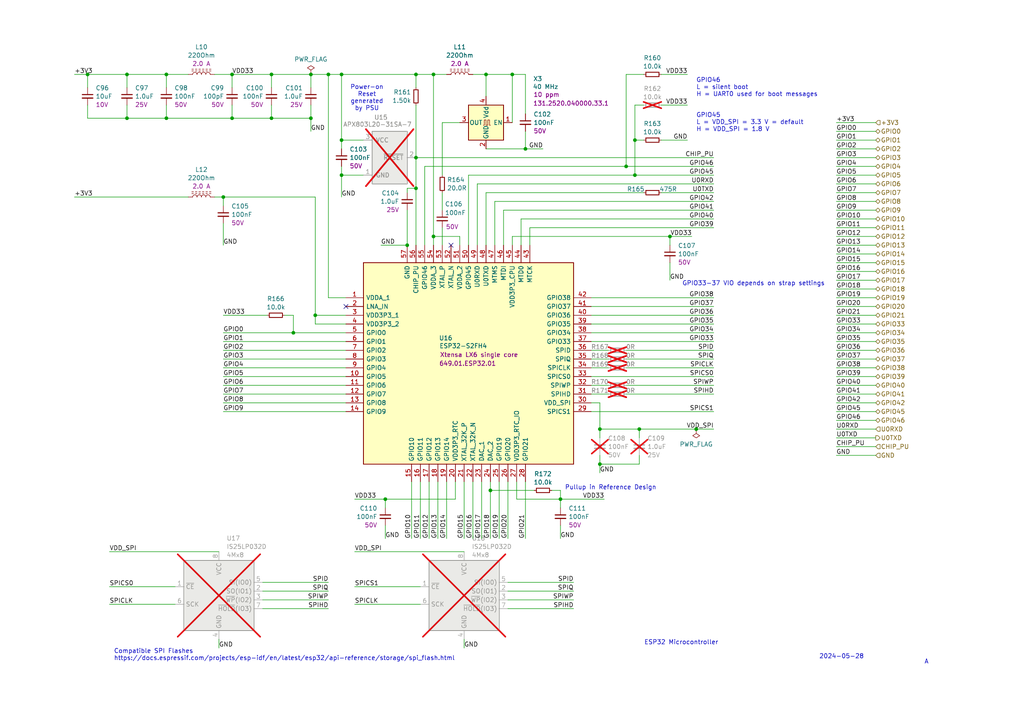
<source format=kicad_sch>
(kicad_sch (version 20231120) (generator "eeschema") (generator_version "8.0")
  (paper "A4")
  (title_block (title "CQ2") (date "2024-08-03") (rev "0") (comment 2 "Manfred Schmitz") (comment 3 "tbd") (comment 5 "tbd") (comment 6 "A"))
  (junction (at 120.65 21.59))
  (junction (at 99.06 50.8))
  (junction (at 173.99 124.46))
  (junction (at 48.26 34.29))
  (junction (at 120.65 54.61))
  (junction (at 90.17 34.29))
  (junction (at 142.24 142.24))
  (junction (at 148.59 21.59))
  (junction (at 36.83 21.59))
  (junction (at 185.42 124.46))
  (junction (at 184.15 40.64))
  (junction (at 201.93 124.46))
  (junction (at 90.17 21.59))
  (junction (at 181.61 48.26))
  (junction (at 120.65 45.72))
  (junction (at 64.77 57.15))
  (junction (at 125.73 21.59))
  (junction (at 78.74 21.59))
  (junction (at 125.73 68.58))
  (junction (at 95.25 21.59))
  (junction (at 78.74 34.29))
  (junction (at 67.31 21.59))
  (junction (at 184.15 50.8))
  (junction (at 67.31 34.29))
  (junction (at 25.4 21.59))
  (junction (at 162.56 144.78))
  (junction (at 111.76 144.78))
  (junction (at 140.97 21.59))
  (junction (at 194.31 68.58))
  (junction (at 99.06 40.64))
  (junction (at 152.4 43.18))
  (junction (at 48.26 21.59))
  (junction (at 85.09 96.52))
  (junction (at 99.06 21.59))
  (junction (at 91.44 91.44))
  (junction (at 173.99 134.62))
  (junction (at 118.11 71.12))
  (junction (at 36.83 34.29))
  (no_connect (at 130.81 71.12))
  (no_connect (at 100.33 88.9))
  (wire (pts (xy 242.57 40.64) (xy 254 40.64)))
  (wire (pts (xy 99.06 48.26) (xy 99.06 50.8)))
  (wire (pts (xy 148.59 21.59) (xy 152.4 21.59)))
  (wire (pts (xy 242.57 45.72) (xy 254 45.72)))
  (wire (pts (xy 153.67 66.04) (xy 207.01 66.04)))
  (wire (pts (xy 135.89 71.12) (xy 135.89 50.8)))
  (wire (pts (xy 173.99 134.62) (xy 185.42 134.62)))
  (wire (pts (xy 242.57 58.42) (xy 254 58.42)))
  (wire (pts (xy 201.93 124.46) (xy 207.01 124.46)))
  (wire (pts (xy 67.31 34.29) (xy 78.74 34.29)))
  (wire (pts (xy 242.57 114.3) (xy 254 114.3)))
  (wire (pts (xy 242.57 86.36) (xy 254 86.36)))
  (wire (pts (xy 62.23 57.15) (xy 64.77 57.15)))
  (wire (pts (xy 194.31 68.58) (xy 194.31 71.12)))
  (wire (pts (xy 25.4 34.29) (xy 36.83 34.29)))
  (wire (pts (xy 171.45 119.38) (xy 207.01 119.38)))
  (wire (pts (xy 25.4 21.59) (xy 25.4 25.4)))
  (wire (pts (xy 102.87 144.78) (xy 111.76 144.78)))
  (wire (pts (xy 242.57 119.38) (xy 254 119.38)))
  (wire (pts (xy 242.57 76.2) (xy 254 76.2)))
  (wire (pts (xy 118.11 54.61) (xy 120.65 54.61)))
  (wire (pts (xy 78.74 34.29) (xy 78.74 30.48)))
  (wire (pts (xy 173.99 124.46) (xy 185.42 124.46)))
  (wire (pts (xy 95.25 21.59) (xy 99.06 21.59)))
  (wire (pts (xy 100.33 93.98) (xy 91.44 93.98)))
  (wire (pts (xy 242.57 81.28) (xy 254 81.28)))
  (wire (pts (xy 171.45 99.06) (xy 207.01 99.06)))
  (wire (pts (xy 171.45 96.52) (xy 207.01 96.52)))
  (wire (pts (xy 191.77 55.88) (xy 207.01 55.88)))
  (wire (pts (xy 142.24 142.24) (xy 142.24 156.21)))
  (wire (pts (xy 148.59 68.58) (xy 194.31 68.58)))
  (wire (pts (xy 140.97 43.18) (xy 152.4 43.18)))
  (wire (pts (xy 64.77 101.6) (xy 100.33 101.6)))
  (wire (pts (xy 147.32 168.91) (xy 166.37 168.91)))
  (wire (pts (xy 76.2 171.45) (xy 95.25 171.45)))
  (wire (pts (xy 76.2 176.53) (xy 95.25 176.53)))
  (wire (pts (xy 36.83 34.29) (xy 48.26 34.29)))
  (wire (pts (xy 62.23 21.59) (xy 67.31 21.59)))
  (wire (pts (xy 171.45 93.98) (xy 207.01 93.98)))
  (wire (pts (xy 135.89 50.8) (xy 184.15 50.8)))
  (wire (pts (xy 242.57 121.92) (xy 254 121.92)))
  (wire (pts (xy 173.99 116.84) (xy 173.99 124.46)))
  (wire (pts (xy 121.92 175.26) (xy 102.87 175.26)))
  (wire (pts (xy 181.61 114.3) (xy 207.01 114.3)))
  (wire (pts (xy 171.45 114.3) (xy 176.53 114.3)))
  (wire (pts (xy 120.65 45.72) (xy 207.01 45.72)))
  (wire (pts (xy 242.57 38.1) (xy 254 38.1)))
  (wire (pts (xy 242.57 71.12) (xy 254 71.12)))
  (wire (pts (xy 147.32 176.53) (xy 166.37 176.53)))
  (wire (pts (xy 137.16 139.7) (xy 137.16 156.21)))
  (wire (pts (xy 120.65 25.4) (xy 120.65 21.59)))
  (wire (pts (xy 64.77 91.44) (xy 77.47 91.44)))
  (wire (pts (xy 50.8 170.18) (xy 31.75 170.18)))
  (wire (pts (xy 134.62 139.7) (xy 134.62 156.21)))
  (wire (pts (xy 137.16 21.59) (xy 140.97 21.59)))
  (wire (pts (xy 162.56 144.78) (xy 149.86 144.78)))
  (wire (pts (xy 48.26 30.48) (xy 48.26 34.29)))
  (wire (pts (xy 76.2 168.91) (xy 95.25 168.91)))
  (wire (pts (xy 191.77 30.48) (xy 199.39 30.48)))
  (wire (pts (xy 146.05 60.96) (xy 207.01 60.96)))
  (wire (pts (xy 132.08 139.7) (xy 132.08 144.78)))
  (wire (pts (xy 191.77 21.59) (xy 199.39 21.59)))
  (wire (pts (xy 162.56 152.4) (xy 162.56 156.21)))
  (wire (pts (xy 242.57 104.14) (xy 254 104.14)))
  (wire (pts (xy 123.19 71.12) (xy 123.19 48.26)))
  (wire (pts (xy 99.06 50.8) (xy 105.41 50.8)))
  (wire (pts (xy 111.76 152.4) (xy 111.76 156.21)))
  (wire (pts (xy 242.57 35.56) (xy 254 35.56)))
  (wire (pts (xy 121.92 170.18) (xy 102.87 170.18)))
  (wire (pts (xy 78.74 21.59) (xy 78.74 25.4)))
  (wire (pts (xy 140.97 71.12) (xy 140.97 55.88)))
  (wire (pts (xy 173.99 134.62) (xy 173.99 137.16)))
  (wire (pts (xy 129.54 139.7) (xy 129.54 156.21)))
  (wire (pts (xy 63.5 187.96) (xy 63.5 185.42)))
  (wire (pts (xy 82.55 91.44) (xy 85.09 91.44)))
  (wire (pts (xy 154.94 142.24) (xy 142.24 142.24)))
  (wire (pts (xy 242.57 93.98) (xy 254 93.98)))
  (wire (pts (xy 242.57 73.66) (xy 254 73.66)))
  (wire (pts (xy 162.56 147.32) (xy 162.56 144.78)))
  (wire (pts (xy 185.42 127) (xy 185.42 124.46)))
  (wire (pts (xy 242.57 124.46) (xy 254 124.46)))
  (wire (pts (xy 111.76 144.78) (xy 111.76 147.32)))
  (wire (pts (xy 90.17 34.29) (xy 90.17 38.1)))
  (wire (pts (xy 125.73 68.58) (xy 125.73 21.59)))
  (wire (pts (xy 171.45 106.68) (xy 176.53 106.68)))
  (wire (pts (xy 85.09 91.44) (xy 85.09 96.52)))
  (wire (pts (xy 48.26 34.29) (xy 67.31 34.29)))
  (wire (pts (xy 128.27 66.04) (xy 128.27 71.12)))
  (wire (pts (xy 21.59 21.59) (xy 25.4 21.59)))
  (wire (pts (xy 171.45 111.76) (xy 176.53 111.76)))
  (wire (pts (xy 118.11 71.12) (xy 118.11 60.96)))
  (wire (pts (xy 91.44 91.44) (xy 100.33 91.44)))
  (wire (pts (xy 160.02 142.24) (xy 162.56 142.24)))
  (wire (pts (xy 36.83 21.59) (xy 36.83 25.4)))
  (wire (pts (xy 120.65 71.12) (xy 120.65 54.61)))
  (wire (pts (xy 140.97 21.59) (xy 148.59 21.59)))
  (wire (pts (xy 242.57 88.9) (xy 254 88.9)))
  (wire (pts (xy 152.4 38.1) (xy 152.4 43.18)))
  (wire (pts (xy 125.73 68.58) (xy 125.73 71.12)))
  (wire (pts (xy 64.77 99.06) (xy 100.33 99.06)))
  (wire (pts (xy 121.92 139.7) (xy 121.92 156.21)))
  (wire (pts (xy 152.4 21.59) (xy 152.4 33.02)))
  (wire (pts (xy 99.06 21.59) (xy 120.65 21.59)))
  (wire (pts (xy 90.17 21.59) (xy 90.17 25.4)))
  (wire (pts (xy 186.69 21.59) (xy 181.61 21.59)))
  (wire (pts (xy 21.59 57.15) (xy 54.61 57.15)))
  (wire (pts (xy 64.77 57.15) (xy 91.44 57.15)))
  (wire (pts (xy 242.57 96.52) (xy 254 96.52)))
  (wire (pts (xy 67.31 21.59) (xy 67.31 25.4)))
  (wire (pts (xy 181.61 104.14) (xy 207.01 104.14)))
  (wire (pts (xy 76.2 173.99) (xy 95.25 173.99)))
  (wire (pts (xy 186.69 40.64) (xy 184.15 40.64)))
  (wire (pts (xy 242.57 48.26) (xy 254 48.26)))
  (wire (pts (xy 171.45 104.14) (xy 176.53 104.14)))
  (wire (pts (xy 140.97 27.94) (xy 140.97 21.59)))
  (wire (pts (xy 119.38 139.7) (xy 119.38 156.21)))
  (wire (pts (xy 242.57 127) (xy 254 127)))
  (wire (pts (xy 128.27 50.8) (xy 128.27 35.56)))
  (wire (pts (xy 151.13 63.5) (xy 207.01 63.5)))
  (wire (pts (xy 85.09 96.52) (xy 100.33 96.52)))
  (wire (pts (xy 173.99 124.46) (xy 173.99 127)))
  (wire (pts (xy 99.06 50.8) (xy 99.06 57.15)))
  (wire (pts (xy 152.4 43.18) (xy 157.48 43.18)))
  (wire (pts (xy 171.45 109.22) (xy 207.01 109.22)))
  (wire (pts (xy 99.06 40.64) (xy 99.06 43.18)))
  (wire (pts (xy 151.13 71.12) (xy 151.13 63.5)))
  (wire (pts (xy 64.77 104.14) (xy 100.33 104.14)))
  (wire (pts (xy 181.61 21.59) (xy 181.61 48.26)))
  (wire (pts (xy 50.8 175.26) (xy 31.75 175.26)))
  (wire (pts (xy 48.26 21.59) (xy 48.26 25.4)))
  (wire (pts (xy 64.77 119.38) (xy 100.33 119.38)))
  (wire (pts (xy 171.45 91.44) (xy 207.01 91.44)))
  (wire (pts (xy 91.44 93.98) (xy 91.44 91.44)))
  (wire (pts (xy 64.77 116.84) (xy 100.33 116.84)))
  (wire (pts (xy 242.57 66.04) (xy 254 66.04)))
  (wire (pts (xy 242.57 43.18) (xy 254 43.18)))
  (wire (pts (xy 127 139.7) (xy 127 156.21)))
  (wire (pts (xy 148.59 71.12) (xy 148.59 68.58)))
  (wire (pts (xy 133.35 71.12) (xy 133.35 68.58)))
  (wire (pts (xy 175.26 144.78) (xy 162.56 144.78)))
  (wire (pts (xy 100.33 86.36) (xy 95.25 86.36)))
  (wire (pts (xy 242.57 116.84) (xy 254 116.84)))
  (wire (pts (xy 242.57 91.44) (xy 254 91.44)))
  (wire (pts (xy 64.77 106.68) (xy 100.33 106.68)))
  (wire (pts (xy 171.45 86.36) (xy 207.01 86.36)))
  (wire (pts (xy 181.61 48.26) (xy 207.01 48.26)))
  (wire (pts (xy 129.54 21.59) (xy 125.73 21.59)))
  (wire (pts (xy 140.97 55.88) (xy 186.69 55.88)))
  (wire (pts (xy 110.49 71.12) (xy 118.11 71.12)))
  (wire (pts (xy 134.62 160.02) (xy 102.87 160.02)))
  (wire (pts (xy 171.45 101.6) (xy 176.53 101.6)))
  (wire (pts (xy 242.57 111.76) (xy 254 111.76)))
  (wire (pts (xy 149.86 144.78) (xy 149.86 139.7)))
  (wire (pts (xy 181.61 106.68) (xy 207.01 106.68)))
  (wire (pts (xy 138.43 53.34) (xy 207.01 53.34)))
  (wire (pts (xy 185.42 134.62) (xy 185.42 132.08)))
  (wire (pts (xy 171.45 88.9) (xy 207.01 88.9)))
  (wire (pts (xy 242.57 101.6) (xy 254 101.6)))
  (wire (pts (xy 133.35 68.58) (xy 125.73 68.58)))
  (wire (pts (xy 36.83 21.59) (xy 48.26 21.59)))
  (wire (pts (xy 184.15 40.64) (xy 184.15 50.8)))
  (wire (pts (xy 184.15 30.48) (xy 186.69 30.48)))
  (wire (pts (xy 242.57 106.68) (xy 254 106.68)))
  (wire (pts (xy 242.57 129.54) (xy 254 129.54)))
  (wire (pts (xy 184.15 50.8) (xy 207.01 50.8)))
  (wire (pts (xy 194.31 76.2) (xy 194.31 81.28)))
  (wire (pts (xy 138.43 71.12) (xy 138.43 53.34)))
  (wire (pts (xy 184.15 40.64) (xy 184.15 30.48)))
  (wire (pts (xy 144.78 139.7) (xy 144.78 156.21)))
  (wire (pts (xy 25.4 30.48) (xy 25.4 34.29)))
  (wire (pts (xy 242.57 50.8) (xy 254 50.8)))
  (wire (pts (xy 242.57 132.08) (xy 254 132.08)))
  (wire (pts (xy 147.32 171.45) (xy 166.37 171.45)))
  (wire (pts (xy 181.61 101.6) (xy 207.01 101.6)))
  (wire (pts (xy 99.06 21.59) (xy 99.06 40.64)))
  (wire (pts (xy 120.65 30.48) (xy 120.65 45.72)))
  (wire (pts (xy 90.17 30.48) (xy 90.17 34.29)))
  (wire (pts (xy 181.61 111.76) (xy 207.01 111.76)))
  (wire (pts (xy 78.74 21.59) (xy 90.17 21.59)))
  (wire (pts (xy 118.11 55.88) (xy 118.11 54.61)))
  (wire (pts (xy 67.31 34.29) (xy 67.31 30.48)))
  (wire (pts (xy 132.08 144.78) (xy 111.76 144.78)))
  (wire (pts (xy 242.57 55.88) (xy 254 55.88)))
  (wire (pts (xy 142.24 139.7) (xy 142.24 142.24)))
  (wire (pts (xy 123.19 48.26) (xy 181.61 48.26)))
  (wire (pts (xy 120.65 21.59) (xy 125.73 21.59)))
  (wire (pts (xy 148.59 35.56) (xy 148.59 21.59)))
  (wire (pts (xy 194.31 68.58) (xy 200.66 68.58)))
  (wire (pts (xy 78.74 34.29) (xy 90.17 34.29)))
  (wire (pts (xy 64.77 109.22) (xy 100.33 109.22)))
  (wire (pts (xy 242.57 83.82) (xy 254 83.82)))
  (wire (pts (xy 242.57 99.06) (xy 254 99.06)))
  (wire (pts (xy 147.32 139.7) (xy 147.32 156.21)))
  (wire (pts (xy 67.31 21.59) (xy 78.74 21.59)))
  (wire (pts (xy 152.4 139.7) (xy 152.4 156.21)))
  (wire (pts (xy 63.5 160.02) (xy 31.75 160.02)))
  (wire (pts (xy 143.51 71.12) (xy 143.51 58.42)))
  (wire (pts (xy 128.27 35.56) (xy 133.35 35.56)))
  (wire (pts (xy 242.57 78.74) (xy 254 78.74)))
  (wire (pts (xy 185.42 124.46) (xy 201.93 124.46)))
  (wire (pts (xy 153.67 71.12) (xy 153.67 66.04)))
  (wire (pts (xy 64.77 64.77) (xy 64.77 71.12)))
  (wire (pts (xy 143.51 58.42) (xy 207.01 58.42)))
  (wire (pts (xy 173.99 132.08) (xy 173.99 134.62)))
  (wire (pts (xy 99.06 40.64) (xy 105.41 40.64)))
  (wire (pts (xy 48.26 21.59) (xy 54.61 21.59)))
  (wire (pts (xy 134.62 187.96) (xy 134.62 185.42)))
  (wire (pts (xy 242.57 60.96) (xy 254 60.96)))
  (wire (pts (xy 25.4 21.59) (xy 36.83 21.59)))
  (wire (pts (xy 64.77 114.3) (xy 100.33 114.3)))
  (wire (pts (xy 64.77 111.76) (xy 100.33 111.76)))
  (wire (pts (xy 128.27 55.88) (xy 128.27 60.96)))
  (wire (pts (xy 36.83 34.29) (xy 36.83 30.48)))
  (wire (pts (xy 242.57 63.5) (xy 254 63.5)))
  (wire (pts (xy 242.57 68.58) (xy 254 68.58)))
  (wire (pts (xy 146.05 71.12) (xy 146.05 60.96)))
  (wire (pts (xy 162.56 142.24) (xy 162.56 144.78)))
  (wire (pts (xy 147.32 173.99) (xy 166.37 173.99)))
  (wire (pts (xy 242.57 53.34) (xy 254 53.34)))
  (wire (pts (xy 90.17 21.59) (xy 95.25 21.59)))
  (wire (pts (xy 120.65 54.61) (xy 120.65 45.72)))
  (wire (pts (xy 91.44 57.15) (xy 91.44 91.44)))
  (wire (pts (xy 139.7 139.7) (xy 139.7 156.21)))
  (wire (pts (xy 191.77 40.64) (xy 199.39 40.64)))
  (wire (pts (xy 242.57 109.22) (xy 254 109.22)))
  (wire (pts (xy 124.46 139.7) (xy 124.46 156.21)))
  (wire (pts (xy 64.77 96.52) (xy 85.09 96.52)))
  (wire (pts (xy 173.99 116.84) (xy 171.45 116.84)))
  (wire (pts (xy 95.25 21.59) (xy 95.25 86.36)))
  (wire (pts (xy 64.77 57.15) (xy 64.77 59.69)))
  (text "Pullup in Reference Design" (at 163.83 142.24 0) (effects (font (size 1.27 1.27)) (justify left bottom)))
  (text "Compatible SPI Flashes\nhttps://docs.espressif.com/projects/esp-idf/en/latest/esp32/api-reference/storage/spi_flash.html" (at 33.02 191.77 0) (effects (font (size 1.27 1.27)) (justify left bottom)))
  (text "Power-on\nReset\ngenerated\nby PSU" (at 106.426 28.448 0) (effects (font (size 1.27 1.27))))
  (text "ESP32 Microcontroller" (at 197.612 186.436 0) (effects (font (size 1.27 1.27))))
  (text "GPIO45\nL = VDD_SPI = 3.3 V = default\nH = VDD_SPI = 1.8 V" (at 201.93 38.354 0) (effects (font (size 1.27 1.27)) (justify left bottom)))
  (text "A" (at 268.732 192.024 0) (effects (font (size 1.27 1.27))))
  (text "GPIO33-37 VIO depends on strap settings" (at 197.866 83.058 0) (effects (font (size 1.27 1.27)) (justify left bottom)))
  (text "GPIO46\nL = silent boot\nH = UART0 used for boot messages" (at 201.93 28.194 0) (effects (font (size 1.27 1.27)) (justify left bottom)))
  (text "2024-05-28" (at 244.094 190.5 0) (effects (font (size 1.27 1.27))))
  (label "GPIO40" (at 207.01 63.5 180))
  (label "VDD33" (at 102.87 144.78 0))
  (label "GND" (at 242.57 132.08 0))
  (label "GND" (at 157.48 43.18 180))
  (label "VDD33" (at 67.31 21.59 0))
  (label "GPIO19" (at 242.57 86.36 0))
  (label "GPIO6" (at 64.77 111.76 0))
  (label "SPICS0" (at 207.01 109.22 180))
  (label "SPIQ" (at 207.01 104.14 180))
  (label "GPIO19" (at 144.78 156.21 90))
  (label "GPIO7" (at 242.57 55.88 0))
  (label "GPIO45" (at 242.57 119.38 0))
  (label "GPIO3" (at 242.57 45.72 0))
  (label "SPICS1" (at 102.87 170.18 0))
  (label "GND" (at 90.17 38.1 0))
  (label "GPIO33" (at 207.01 99.06 180))
  (label "VDD_SPI" (at 31.75 160.02 0))
  (label "GPIO11" (at 121.92 156.21 90))
  (label "GPIO35" (at 242.57 99.06 0))
  (label "CHIP_PU" (at 242.57 129.54 0))
  (label "GPIO46" (at 242.57 121.92 0))
  (label "GPIO34" (at 207.01 96.52 180))
  (label "GPIO14" (at 129.54 156.21 90))
  (label "GND" (at 110.49 71.12 0))
  (label "GPIO16" (at 137.16 156.21 90))
  (label "GPIO4" (at 242.57 48.26 0))
  (label "GPIO34" (at 242.57 96.52 0))
  (label "U0RXD" (at 207.01 53.34 180))
  (label "GND" (at 111.76 156.21 0))
  (label "SPICLK" (at 207.01 106.68 180))
  (label "GPIO13" (at 127 156.21 90))
  (label "SPICLK" (at 31.75 175.26 0))
  (label "GPIO35" (at 207.01 93.98 180))
  (label "SPID" (at 95.25 168.91 180))
  (label "GPIO12" (at 124.46 156.21 90))
  (label "GPIO5" (at 242.57 50.8 0))
  (label "GPIO21" (at 152.4 156.21 90))
  (label "U0TXD" (at 207.01 55.88 180))
  (label "GPIO40" (at 242.57 111.76 0))
  (label "GPIO37" (at 207.01 88.9 180))
  (label "GPIO38" (at 242.57 106.68 0))
  (label "GPIO41" (at 207.01 60.96 180))
  (label "SPIHD" (at 95.25 176.53 180))
  (label "GPIO20" (at 147.32 156.21 90))
  (label "GPIO38" (at 207.01 86.36 180))
  (label "GPIO42" (at 207.01 58.42 180))
  (label "SPIWP" (at 207.01 111.76 180))
  (label "CHIP_PU" (at 207.01 45.72 180))
  (label "GND" (at 134.62 187.96 0))
  (label "SPIWP" (at 95.25 173.99 180))
  (label "GPIO1" (at 64.77 99.06 0))
  (label "SPIQ" (at 166.37 171.45 180))
  (label "GPIO0" (at 242.57 38.1 0))
  (label "GPIO46" (at 207.01 48.26 180))
  (label "GND" (at 162.56 156.21 0))
  (label "SPICS1" (at 207.01 119.38 180))
  (label "GND" (at 199.39 40.64 180))
  (label "GPIO36" (at 207.01 91.44 180))
  (label "SPICS0" (at 31.75 170.18 0))
  (label "GPIO13" (at 242.57 71.12 0))
  (label "U0TXD" (at 242.57 127 0))
  (label "GND" (at 194.31 81.28 0))
  (label "GPIO4" (at 64.77 106.68 0))
  (label "GPIO39" (at 242.57 109.22 0))
  (label "GPIO3" (at 64.77 104.14 0))
  (label "SPID" (at 166.37 168.91 180))
  (label "GPIO36" (at 242.57 101.6 0))
  (label "SPICLK" (at 102.87 175.26 0))
  (label "VDD_SPI" (at 102.87 160.02 0))
  (label "GPIO15" (at 242.57 76.2 0))
  (label "GPIO14" (at 242.57 73.66 0))
  (label "VDD33" (at 199.39 30.48 180))
  (label "GPIO21" (at 242.57 91.44 0))
  (label "U0RXD" (at 242.57 124.46 0))
  (label "+3V3" (at 242.57 35.56 0))
  (label "GPIO10" (at 119.38 156.21 90))
  (label "SPIHD" (at 207.01 114.3 180))
  (label "GPIO0" (at 64.77 96.52 0))
  (label "GPIO17" (at 139.7 156.21 90))
  (label "GND" (at 64.77 71.12 0))
  (label "GPIO15" (at 134.62 156.21 90))
  (label "GPIO20" (at 242.57 88.9 0))
  (label "GPIO8" (at 242.57 58.42 0))
  (label "GPIO12" (at 242.57 68.58 0))
  (label "GPIO11" (at 242.57 66.04 0))
  (label "GPIO6" (at 242.57 53.34 0))
  (label "GPIO16" (at 242.57 78.74 0))
  (label "GPIO45" (at 207.01 50.8 180))
  (label "VDD33" (at 64.77 91.44 0))
  (label "+3V3" (at 21.59 21.59 0))
  (label "GND" (at 99.06 57.15 0))
  (label "VDD33" (at 175.26 144.78 180))
  (label "GPIO42" (at 242.57 116.84 0))
  (label "GPIO10" (at 242.57 63.5 0))
  (label "GPIO2" (at 64.77 101.6 0))
  (label "GPIO8" (at 64.77 116.84 0))
  (label "SPID" (at 207.01 101.6 180))
  (label "GPIO39" (at 207.01 66.04 180))
  (label "GPIO37" (at 242.57 104.14 0))
  (label "GPIO9" (at 64.77 119.38 0))
  (label "GPIO18" (at 142.24 156.21 90))
  (label "GND" (at 173.99 137.16 0))
  (label "VDD33" (at 200.66 68.58 180))
  (label "SPIHD" (at 166.37 176.53 180))
  (label "+3V3" (at 21.59 57.15 0))
  (label "SPIQ" (at 95.25 171.45 180))
  (label "GPIO9" (at 242.57 60.96 0))
  (label "GPIO33" (at 242.57 93.98 0))
  (label "VDD_SPI" (at 207.01 124.46 180))
  (label "GPIO41" (at 242.57 114.3 0))
  (label "GPIO17" (at 242.57 81.28 0))
  (label "VDD33" (at 199.39 21.59 180))
  (label "GPIO1" (at 242.57 40.64 0))
  (label "GPIO7" (at 64.77 114.3 0))
  (label "GPIO18" (at 242.57 83.82 0))
  (label "GPIO2" (at 242.57 43.18 0))
  (label "GPIO5" (at 64.77 109.22 0))
  (label "SPIWP" (at 166.37 173.99 180))
  (label "GND" (at 63.5 187.96 0))
  (hierarchical_label "GPIO13" (shape bidirectional) (at 254 71.12 0))
  (hierarchical_label "GPIO15" (shape bidirectional) (at 254 76.2 0))
  (hierarchical_label "GPIO35" (shape bidirectional) (at 254 99.06 0))
  (hierarchical_label "GPIO37" (shape bidirectional) (at 254 104.14 0))
  (hierarchical_label "GPIO20" (shape bidirectional) (at 254 88.9 0))
  (hierarchical_label "GPIO3" (shape bidirectional) (at 254 45.72 0))
  (hierarchical_label "GPIO36" (shape bidirectional) (at 254 101.6 0))
  (hierarchical_label "GPIO42" (shape bidirectional) (at 254 116.84 0))
  (hierarchical_label "GPIO21" (shape bidirectional) (at 254 91.44 0))
  (hierarchical_label "GPIO33" (shape bidirectional) (at 254 93.98 0))
  (hierarchical_label "GPIO12" (shape bidirectional) (at 254 68.58 0))
  (hierarchical_label "GPIO4" (shape bidirectional) (at 254 48.26 0))
  (hierarchical_label "+3V3" (shape input) (at 254 35.56 0))
  (hierarchical_label "GND" (shape input) (at 254 132.08 0))
  (hierarchical_label "GPIO5" (shape bidirectional) (at 254 50.8 0))
  (hierarchical_label "GPIO45" (shape bidirectional) (at 254 119.38 0))
  (hierarchical_label "GPIO7" (shape bidirectional) (at 254 55.88 0))
  (hierarchical_label "GPIO9" (shape bidirectional) (at 254 60.96 0))
  (hierarchical_label "GPIO17" (shape bidirectional) (at 254 81.28 0))
  (hierarchical_label "GPIO1" (shape bidirectional) (at 254 40.64 0))
  (hierarchical_label "GPIO41" (shape bidirectional) (at 254 114.3 0))
  (hierarchical_label "GPIO38" (shape bidirectional) (at 254 106.68 0))
  (hierarchical_label "GPIO6" (shape bidirectional) (at 254 53.34 0))
  (hierarchical_label "GPIO40" (shape bidirectional) (at 254 111.76 0))
  (hierarchical_label "U0RXD" (shape input) (at 254 124.46 0))
  (hierarchical_label "GPIO2" (shape bidirectional) (at 254 43.18 0))
  (hierarchical_label "U0TXD" (shape output) (at 254 127 0))
  (hierarchical_label "CHIP_PU" (shape input) (at 254 129.54 0))
  (hierarchical_label "GPIO34" (shape bidirectional) (at 254 96.52 0))
  (hierarchical_label "GPIO0" (shape bidirectional) (at 254 38.1 0))
  (hierarchical_label "GPIO16" (shape bidirectional) (at 254 78.74 0))
  (hierarchical_label "GPIO39" (shape bidirectional) (at 254 109.22 0))
  (hierarchical_label "GPIO8" (shape bidirectional) (at 254 58.42 0))
  (hierarchical_label "GPIO14" (shape bidirectional) (at 254 73.66 0))
  (hierarchical_label "GPIO11" (shape bidirectional) (at 254 66.04 0))
  (hierarchical_label "GPIO46" (shape bidirectional) (at 254 121.92 0))
  (hierarchical_label "GPIO19" (shape bidirectional) (at 254 86.36 0))
  (hierarchical_label "GPIO18" (shape bidirectional) (at 254 83.82 0))
  (hierarchical_label "GPIO10" (shape bidirectional) (at 254 63.5 0))
  (symbol (lib_id "ci4rail-database:capacitors/89") (at 90.17 27.94 0) (unit 1)
    (property "Reference" "C101" (at 87.846 25.522 0) (effects (justify right)))
    (property "Value" "1.0uF" (at 87.846 27.9463 0) (effects (justify right)))
    (property "Footprint" "0-standard:0402-capacitor" (effects (hide yes)))
    (property "Description" "Multilayer Ceramic Capacitors" (effects (hide yes)))
    (property "Value1" "+/-20 %" (effects (hide yes)))
    (property "Value2" "25V" (at 87.846 30.3706 0) (effects (justify right)))
    (property "Value3" "X5R" (effects (hide yes)))
    (property "MPN" "n/a" (effects (hide yes)))
    (property "LTB" "9999" (effects (hide yes)))
    (property "ERP1" "M120-00063-00" (effects (hide yes)))
    (property "ERP2" "110.42.510.025.0" (effects (hide yes)))
    (property "Cost" "0.05" (effects (hide yes)))
    (property "Lifecycle" "released" (effects (hide yes)))
    (property "Outline" "SMT 0402" (effects (hide yes)))
    (instances (project "" (path "" (reference "C101") (unit 1))) (project "so1" (path "" (reference "C?") (unit 1))))
  )
  (symbol (lib_id "ci4rail-database:resistors/106") (at 128.27 53.34 0) (unit 1)
    (property "Reference" "R164" (at 129.667 52.1278 0) (effects (justify left)))
    (property "Value" "20.0R" (at 129.667 54.5521 0) (effects (justify left)))
    (property "Footprint" "0-standard:0402-resistor" (effects (hide yes)))
    (property "Description" "Thick film resistor" (effects (hide yes)))
    (property "Value1" "+/-1%" (effects (hide yes)))
    (property "Value2" "100 ppm" (effects (hide yes)))
    (property "Value3" "62.5 mW" (effects (hide yes)))
    (property "Value4" "50 V" (effects (hide yes)))
    (property "MPN" "n/a" (effects (hide yes)))
    (property "LTB" "9999" (effects (hide yes)))
    (property "ERP1" "M110-00090-00" (effects (hide yes)))
    (property "ERP2" "101.403.0200" (effects (hide yes)))
    (property "Lifecycle" "released" (effects (hide yes)))
    (property "Cost" "0.01" (effects (hide yes)))
    (property "Outline" "SMT 0402" (effects (hide yes)))
    (instances (project "" (path "" (reference "R164") (unit 1))) (project "so1" (path "" (reference "R?") (unit 1))))
  )
  (symbol (lib_id "ci4rail-database:capacitors/86") (at 194.31 73.66 0) (unit 1)
    (property "Reference" "C107" (at 196.6341 71.242 0) (effects (justify left)))
    (property "Value" "100nF" (at 196.6341 73.6663 0) (effects (justify left)))
    (property "Footprint" "0-standard:0402-capacitor" (effects (hide yes)))
    (property "Description" "Multilayer Ceramic Capacitors" (effects (hide yes)))
    (property "Value1" "+/-10 %" (effects (hide yes)))
    (property "Value2" "50V" (at 196.6341 76.0906 0) (effects (justify left)))
    (property "Value3" "X5R/X7R" (effects (hide yes)))
    (property "MPN" "n/a" (effects (hide yes)))
    (property "LTB" "9999" (effects (hide yes)))
    (property "ERP1" "M120-00060-00" (effects (hide yes)))
    (property "ERP2" "110.42.410.050.0" (effects (hide yes)))
    (property "Cost" "0.02" (effects (hide yes)))
    (property "Lifecycle" "released" (effects (hide yes)))
    (property "Outline" "SMT 0402" (effects (hide yes)))
    (instances (project "" (path "" (reference "C107") (unit 1))) (project "so1" (path "" (reference "C?") (unit 1))))
  )
  (symbol (lib_id "ci4rail-database:capacitors/63") (at 67.31 27.94 0) (unit 1)
    (property "Reference" "C99" (at 64.986 25.522 0) (effects (justify right)))
    (property "Value" "100pF" (at 64.986 27.9463 0) (effects (justify right)))
    (property "Footprint" "0-standard:0402-capacitor" (effects (hide yes)))
    (property "Description" "Multilayer Ceramic Capacitors" (effects (hide yes)))
    (property "Value1" "+/-10 %" (effects (hide yes)))
    (property "Value2" "50V" (at 64.986 30.3706 0) (effects (justify right)))
    (property "Value3" "X7R" (effects (hide yes)))
    (property "MPN" "n/a" (effects (hide yes)))
    (property "LTB" "9999" (effects (hide yes)))
    (property "ERP1" "M120-00037-00" (effects (hide yes)))
    (property "ERP2" "110.42.110.050.0" (effects (hide yes)))
    (property "Cost" "0.02" (effects (hide yes)))
    (property "Lifecycle" "released" (effects (hide yes)))
    (property "Outline" "SMT 0402" (effects (hide yes)))
    (instances (project "" (path "" (reference "C99") (unit 1))) (project "so1" (path "" (reference "C?") (unit 1))))
  )
  (symbol (lib_id "ci4rail-database:capacitors/89") (at 118.11 58.42 0) (unit 1)
    (property "Reference" "C104" (at 115.786 56.002 0) (effects (justify right)))
    (property "Value" "1.0uF" (at 115.786 58.4263 0) (effects (justify right)))
    (property "Footprint" "0-standard:0402-capacitor" (effects (hide yes)))
    (property "Description" "Multilayer Ceramic Capacitors" (effects (hide yes)))
    (property "Value1" "+/-20 %" (effects (hide yes)))
    (property "Value2" "25V" (at 115.786 60.8506 0) (effects (justify right)))
    (property "Value3" "X5R" (effects (hide yes)))
    (property "MPN" "n/a" (effects (hide yes)))
    (property "LTB" "9999" (effects (hide yes)))
    (property "ERP1" "M120-00063-00" (effects (hide yes)))
    (property "ERP2" "110.42.510.025.0" (effects (hide yes)))
    (property "Cost" "0.05" (effects (hide yes)))
    (property "Lifecycle" "released" (effects (hide yes)))
    (property "Outline" "SMT 0402" (effects (hide yes)))
    (instances (project "" (path "" (reference "C104") (unit 1))) (project "so1" (path "" (reference "C?") (unit 1))))
  )
  (symbol (lib_id "ci4rail-database:resistors/155") (at 120.65 27.94 0) (unit 1)
    (property "Reference" "R161" (at 119.253 26.7278 0) (effects (justify right)))
    (property "Value" "1.50k" (at 119.253 29.1521 0) (effects (justify right)))
    (property "Footprint" "0-standard:0402-resistor" (effects (hide yes)))
    (property "Description" "Thick film resistor" (effects (hide yes)))
    (property "Value1" "+/-1%" (effects (hide yes)))
    (property "Value2" "100 ppm" (effects (hide yes)))
    (property "Value3" "62.5 mW" (effects (hide yes)))
    (property "Value4" "50 V" (effects (hide yes)))
    (property "MPN" "n/a" (effects (hide yes)))
    (property "LTB" "9999" (effects (hide yes)))
    (property "ERP1" "M110-00139-00" (effects (hide yes)))
    (property "ERP2" "101.403.2150" (effects (hide yes)))
    (property "Lifecycle" "released" (effects (hide yes)))
    (property "Cost" "0.01" (effects (hide yes)))
    (property "Outline" "SMT 0402" (effects (hide yes)))
    (instances (project "" (path "" (reference "R161") (unit 1))) (project "" (path "" (reference "R?") (unit 1))))
  )
  (symbol (lib_id "ci4rail-database:capacitors/89") (at 185.42 129.54 0) (unit 1) (dnp yes)
    (property "Reference" "C109" (at 187.7441 127.122 0) (effects (justify left)))
    (property "Value" "1.0uF" (at 187.7441 129.5463 0) (effects (justify left)))
    (property "Footprint" "0-standard:0402-capacitor" (effects (hide yes)))
    (property "Description" "Multilayer Ceramic Capacitors" (effects (hide yes)))
    (property "Value1" "+/-20 %" (effects (hide yes)))
    (property "Value2" "25V" (at 187.7441 131.9706 0) (effects (justify left)))
    (property "Value3" "X5R" (effects (hide yes)))
    (property "MPN" "n/a" (effects (hide yes)))
    (property "LTB" "9999" (effects (hide yes)))
    (property "ERP1" "M120-00063-00" (effects (hide yes)))
    (property "ERP2" "110.42.510.025.0" (effects (hide yes)))
    (property "Cost" "0.05" (effects (hide yes)))
    (property "Lifecycle" "released" (effects (hide yes)))
    (property "Outline" "SMT 0402" (effects (hide yes)))
    (instances (project "" (path "" (reference "C109") (unit 1))) (project "so1" (path "" (reference "C?") (unit 1))))
  )
  (symbol (lib_id "ci4rail-database:resistors/179") (at 189.23 30.48 90) (unit 1) (dnp yes)
    (property "Reference" "R162" (at 189.23 25.7005 90))
    (property "Value" "10.0k" (at 189.23 28.1248 90))
    (property "Footprint" "0-standard:0402-resistor" (effects (hide yes)))
    (property "Description" "Thick film resistor" (effects (hide yes)))
    (property "Value1" "+/-1%" (effects (hide yes)))
    (property "Value2" "100 ppm" (effects (hide yes)))
    (property "Value3" "62.5 mW" (effects (hide yes)))
    (property "Value4" "50 V" (effects (hide yes)))
    (property "MPN" "n/a" (effects (hide yes)))
    (property "LTB" "9999" (effects (hide yes)))
    (property "ERP1" "M110-00163-00" (effects (hide yes)))
    (property "ERP2" "101.403.3100" (effects (hide yes)))
    (property "Lifecycle" "released" (effects (hide yes)))
    (property "Cost" "0.01" (effects (hide yes)))
    (property "Outline" "SMT 0402" (effects (hide yes)))
    (instances (project "" (path "" (reference "R162") (unit 1))) (project "so1" (path "" (reference "R?") (unit 1))))
  )
  (symbol (lib_id "ci4rail-database:capacitors/86") (at 128.27 63.5 0) (unit 1)
    (property "Reference" "C106" (at 129.032 59.182 0) (effects (justify left)))
    (property "Value" "100nF" (at 129.032 61.722 0) (effects (justify left)))
    (property "Footprint" "0-standard:0402-capacitor" (effects (hide yes)))
    (property "Description" "Multilayer Ceramic Capacitors" (effects (hide yes)))
    (property "Value1" "+/-10 %" (effects (hide yes)))
    (property "Value2" "50V" (at 129.286 65.786 0) (effects (justify left)))
    (property "Value3" "X5R/X7R" (effects (hide yes)))
    (property "MPN" "n/a" (effects (hide yes)))
    (property "LTB" "9999" (effects (hide yes)))
    (property "ERP1" "M120-00060-00" (effects (hide yes)))
    (property "ERP2" "110.42.410.050.0" (effects (hide yes)))
    (property "Cost" "0.02" (effects (hide yes)))
    (property "Lifecycle" "released" (effects (hide yes)))
    (property "Outline" "SMT 0402" (effects (hide yes)))
    (instances (project "" (path "" (reference "C106") (unit 1))) (project "so1" (path "" (reference "C?") (unit 1))))
  )
  (symbol (lib_id "ci4rail-database:capacitors/86") (at 99.06 45.72 0) (unit 1)
    (property "Reference" "C103" (at 101.3841 43.302 0) (effects (justify left)))
    (property "Value" "100nF" (at 101.3841 45.7263 0) (effects (justify left)))
    (property "Footprint" "0-standard:0402-capacitor" (effects (hide yes)))
    (property "Description" "Multilayer Ceramic Capacitors" (effects (hide yes)))
    (property "Value1" "+/-10 %" (effects (hide yes)))
    (property "Value2" "50V" (at 101.3841 48.1506 0) (effects (justify left)))
    (property "Value3" "X5R/X7R" (effects (hide yes)))
    (property "MPN" "n/a" (effects (hide yes)))
    (property "LTB" "9999" (effects (hide yes)))
    (property "ERP1" "M120-00060-00" (effects (hide yes)))
    (property "ERP2" "110.42.410.050.0" (effects (hide yes)))
    (property "Cost" "0.02" (effects (hide yes)))
    (property "Lifecycle" "released" (effects (hide yes)))
    (property "Outline" "SMT 0402" (effects (hide yes)))
    (instances (project "" (path "" (reference "C103") (unit 1))) (project "so1" (path "" (reference "C?") (unit 1))))
  )
  (symbol (lib_id "ci4rail-database:resistors/142") (at 189.23 55.88 90) (unit 1)
    (property "Reference" "R165" (at 184.404 54.864 90))
    (property "Value" "475R" (at 193.802 54.864 90))
    (property "Footprint" "0-standard:0402-resistor" (effects (hide yes)))
    (property "Description" "Thick film resistor" (effects (hide yes)))
    (property "Value1" "+/-1%" (effects (hide yes)))
    (property "Value2" "100 ppm" (effects (hide yes)))
    (property "Value3" "62.5 mW" (effects (hide yes)))
    (property "Value4" "50 V" (effects (hide yes)))
    (property "MPN" "n/a" (effects (hide yes)))
    (property "LTB" "9999" (effects (hide yes)))
    (property "ERP1" "M110-00126-00" (effects (hide yes)))
    (property "ERP2" "101.403.1475" (effects (hide yes)))
    (property "Lifecycle" "released" (effects (hide yes)))
    (property "Cost" "0.01" (effects (hide yes)))
    (property "Outline" "SMT 0402" (effects (hide yes)))
    (instances (project "" (path "" (reference "R165") (unit 1))) (project "so1" (path "" (reference "R?") (unit 1))))
  )
  (symbol (lib_id "ci4rail-database:inductors/46") (at 58.42 57.15 90) (unit 1)
    (property "Reference" "L12" (at 58.42 49.1843 90))
    (property "Value" "220Ohm" (at 58.42 51.6086 90))
    (property "Footprint" "0-standard:0805-inductor" (effects (hide yes)))
    (property "Datasheet" "${KICAD_CI4RAIL_DATASHEET_DIR}/inductors-46" (effects (hide yes)))
    (property "Description" "Ferrites" (effects (hide yes)))
    (property "Value1" "2.0 A" (at 58.42 54.0329 90))
    (property "Value2" "50 mOhm" (effects (hide yes)))
    (property "MPN" "Walsin WQBD2012HCU221TH" (effects (hide yes)))
    (property "MPN1" "Murata" (effects (hide yes)))
    (property "MPN2" "BLM21PG221SN1D" (effects (hide yes)))
    (property "LTB" "2034" (effects (hide yes)))
    (property "Lifecycle" "released" (effects (hide yes)))
    (property "Cost" "0.03" (effects (hide yes)))
    (property "ERP1" "M131-00003-00" (effects (hide yes)))
    (property "ERP2" "119.2.0805.0220.0" (effects (hide yes)))
    (property "Outline" "SMT 0805" (effects (hide yes)))
    (instances (project "" (path "" (reference "L12") (unit 1))) (project "so1" (path "" (reference "L?") (unit 1))))
  )
  (symbol (lib_id "ci4rail-database:capacitors/86") (at 162.56 149.86 0) (unit 1)
    (property "Reference" "C111" (at 164.8841 147.442 0) (effects (justify left)))
    (property "Value" "100nF" (at 164.8841 149.8663 0) (effects (justify left)))
    (property "Footprint" "0-standard:0402-capacitor" (effects (hide yes)))
    (property "Description" "Multilayer Ceramic Capacitors" (effects (hide yes)))
    (property "Value1" "+/-10 %" (effects (hide yes)))
    (property "Value2" "50V" (at 164.8841 152.2906 0) (effects (justify left)))
    (property "Value3" "X5R/X7R" (effects (hide yes)))
    (property "MPN" "n/a" (effects (hide yes)))
    (property "LTB" "9999" (effects (hide yes)))
    (property "ERP1" "M120-00060-00" (effects (hide yes)))
    (property "ERP2" "110.42.410.050.0" (effects (hide yes)))
    (property "Cost" "0.02" (effects (hide yes)))
    (property "Lifecycle" "released" (effects (hide yes)))
    (property "Outline" "SMT 0402" (effects (hide yes)))
    (instances (project "" (path "" (reference "C111") (unit 1))) (project "so1" (path "" (reference "C?") (unit 1))))
  )
  (symbol (lib_id "ci4rail-database:capacitors/86") (at 48.26 27.94 0) (unit 1)
    (property "Reference" "C98" (at 50.5841 25.522 0) (effects (justify left)))
    (property "Value" "100nF" (at 50.5841 27.9463 0) (effects (justify left)))
    (property "Footprint" "0-standard:0402-capacitor" (effects (hide yes)))
    (property "Description" "Multilayer Ceramic Capacitors" (effects (hide yes)))
    (property "Value1" "+/-10 %" (effects (hide yes)))
    (property "Value2" "50V" (at 50.5841 30.3706 0) (effects (justify left)))
    (property "Value3" "X5R/X7R" (effects (hide yes)))
    (property "MPN" "n/a" (effects (hide yes)))
    (property "LTB" "9999" (effects (hide yes)))
    (property "ERP1" "M120-00060-00" (effects (hide yes)))
    (property "ERP2" "110.42.410.050.0" (effects (hide yes)))
    (property "Cost" "0.02" (effects (hide yes)))
    (property "Lifecycle" "released" (effects (hide yes)))
    (property "Outline" "SMT 0402" (effects (hide yes)))
    (instances (project "" (path "" (reference "C98") (unit 1))) (project "so1" (path "" (reference "C?") (unit 1))))
  )
  (symbol (lib_id "ci4rail-database:inductors/46") (at 58.42 21.59 90) (unit 1)
    (property "Reference" "L10" (at 58.42 13.6243 90))
    (property "Value" "220Ohm" (at 58.42 16.0486 90))
    (property "Footprint" "0-standard:0805-inductor" (effects (hide yes)))
    (property "Datasheet" "${KICAD_CI4RAIL_DATASHEET_DIR}/inductors-46" (effects (hide yes)))
    (property "Description" "Ferrites" (effects (hide yes)))
    (property "Value1" "2.0 A" (at 58.42 18.4729 90))
    (property "Value2" "50 mOhm" (effects (hide yes)))
    (property "MPN" "Walsin WQBD2012HCU221TH" (effects (hide yes)))
    (property "MPN1" "Murata" (effects (hide yes)))
    (property "MPN2" "BLM21PG221SN1D" (effects (hide yes)))
    (property "LTB" "2034" (effects (hide yes)))
    (property "Lifecycle" "released" (effects (hide yes)))
    (property "Cost" "0.03" (effects (hide yes)))
    (property "ERP1" "M131-00003-00" (effects (hide yes)))
    (property "ERP2" "119.2.0805.0220.0" (effects (hide yes)))
    (property "Outline" "SMT 0805" (effects (hide yes)))
    (instances (project "" (path "" (reference "L10") (unit 1))) (project "" (path "" (reference "L?") (unit 1))))
  )
  (symbol (lib_id "ci4rail-database:capacitors/86") (at 173.99 129.54 0) (unit 1) (dnp yes)
    (property "Reference" "C108" (at 176.3141 127.122 0) (effects (justify left)))
    (property "Value" "100nF" (at 176.3141 129.5463 0) (effects (justify left)))
    (property "Footprint" "0-standard:0402-capacitor" (effects (hide yes)))
    (property "Description" "Multilayer Ceramic Capacitors" (effects (hide yes)))
    (property "Value1" "+/-10 %" (effects (hide yes)))
    (property "Value2" "50V" (at 176.3141 131.9706 0) (effects (justify left)))
    (property "Value3" "X5R/X7R" (effects (hide yes)))
    (property "MPN" "n/a" (effects (hide yes)))
    (property "LTB" "9999" (effects (hide yes)))
    (property "ERP1" "M120-00060-00" (effects (hide yes)))
    (property "ERP2" "110.42.410.050.0" (effects (hide yes)))
    (property "Cost" "0.02" (effects (hide yes)))
    (property "Lifecycle" "released" (effects (hide yes)))
    (property "Outline" "SMT 0402" (effects (hide yes)))
    (instances (project "" (path "" (reference "C108") (unit 1))) (project "so1" (path "" (reference "C?") (unit 1))))
  )
  (symbol (lib_id "ci4rail-database:resistors/99") (at 179.07 106.68 90) (unit 1) (dnp yes)
    (property "Reference" "R169" (at 173.99 105.664 90))
    (property "Value" "0R" (at 182.88 105.664 90))
    (property "Footprint" "0-standard:0402-resistor" (effects (hide yes)))
    (property "Description" "Thick film resistor" (effects (hide yes)))
    (property "Value1" "1 A" (effects (hide yes)))
    (property "MPN" "n/a" (effects (hide yes)))
    (property "LTB" "9999" (effects (hide yes)))
    (property "ERP1" "M110-00083-00" (effects (hide yes)))
    (property "ERP2" "101.402.000" (effects (hide yes)))
    (property "Lifecycle" "released" (effects (hide yes)))
    (property "Cost" "0.01" (effects (hide yes)))
    (property "Outline" "SMT 0402" (effects (hide yes)))
    (instances (project "" (path "" (reference "R169") (unit 1))) (project "so1" (path "" (reference "R?") (unit 1))))
  )
  (symbol (lib_id "ci4rail-database:inductors/46") (at 133.35 21.59 90) (unit 1)
    (property "Reference" "L11" (at 133.35 13.6243 90))
    (property "Value" "220Ohm" (at 133.35 16.0486 90))
    (property "Footprint" "0-standard:0805-inductor" (effects (hide yes)))
    (property "Datasheet" "${KICAD_CI4RAIL_DATASHEET_DIR}/inductors-46" (effects (hide yes)))
    (property "Description" "Ferrites" (effects (hide yes)))
    (property "Value1" "2.0 A" (at 133.35 18.4729 90))
    (property "Value2" "50 mOhm" (effects (hide yes)))
    (property "MPN" "Walsin WQBD2012HCU221TH" (effects (hide yes)))
    (property "MPN1" "Murata" (effects (hide yes)))
    (property "MPN2" "BLM21PG221SN1D" (effects (hide yes)))
    (property "LTB" "2034" (effects (hide yes)))
    (property "Lifecycle" "released" (effects (hide yes)))
    (property "Cost" "0.03" (effects (hide yes)))
    (property "ERP1" "M131-00003-00" (effects (hide yes)))
    (property "ERP2" "119.2.0805.0220.0" (effects (hide yes)))
    (property "Outline" "SMT 0805" (effects (hide yes)))
    (instances (project "" (path "" (reference "L11") (unit 1))) (project "" (path "" (reference "L?") (unit 1))))
  )
  (symbol (lib_id "ci4rail-database:capacitors/86") (at 111.76 149.86 0) (unit 1)
    (property "Reference" "C110" (at 109.436 147.442 0) (effects (justify right)))
    (property "Value" "100nF" (at 109.436 149.8663 0) (effects (justify right)))
    (property "Footprint" "0-standard:0402-capacitor" (effects (hide yes)))
    (property "Description" "Multilayer Ceramic Capacitors" (effects (hide yes)))
    (property "Value1" "+/-10 %" (effects (hide yes)))
    (property "Value2" "50V" (at 109.436 152.2906 0) (effects (justify right)))
    (property "Value3" "X5R/X7R" (effects (hide yes)))
    (property "MPN" "n/a" (effects (hide yes)))
    (property "LTB" "9999" (effects (hide yes)))
    (property "ERP1" "M120-00060-00" (effects (hide yes)))
    (property "ERP2" "110.42.410.050.0" (effects (hide yes)))
    (property "Cost" "0.02" (effects (hide yes)))
    (property "Lifecycle" "released" (effects (hide yes)))
    (property "Outline" "SMT 0402" (effects (hide yes)))
    (instances (project "" (path "" (reference "C110") (unit 1))) (project "so1" (path "" (reference "C?") (unit 1))))
  )
  (symbol (lib_id "ci4rail-database:resistors/99") (at 179.07 101.6 90) (unit 1) (dnp yes)
    (property "Reference" "R167" (at 173.99 100.584 90))
    (property "Value" "0R" (at 182.88 100.584 90))
    (property "Footprint" "0-standard:0402-resistor" (effects (hide yes)))
    (property "Description" "Thick film resistor" (effects (hide yes)))
    (property "Value1" "1 A" (effects (hide yes)))
    (property "MPN" "n/a" (effects (hide yes)))
    (property "LTB" "9999" (effects (hide yes)))
    (property "ERP1" "M110-00083-00" (effects (hide yes)))
    (property "ERP2" "101.402.000" (effects (hide yes)))
    (property "Lifecycle" "released" (effects (hide yes)))
    (property "Cost" "0.01" (effects (hide yes)))
    (property "Outline" "SMT 0402" (effects (hide yes)))
    (instances (project "" (path "" (reference "R167") (unit 1))) (project "so1" (path "" (reference "R?") (unit 1))))
  )
  (symbol (lib_id "ci4rail-database:integrated/36") (at 113.03 45.72 0) (unit 1) (dnp yes)
    (property "Reference" "U15" (at 110.49 34.036 0))
    (property "Value" "APX803L20-31SA-7" (at 109.474 36.068 0))
    (property "Footprint" "0-standard:SOT-23-3" (effects (hide yes)))
    (property "Datasheet" "${KICAD_CI4RAIL_DATASHEET_DIR}/M163-00002-00" (effects (hide yes)))
    (property "Description" "Power Mgmt Reset Generator - SMT" (effects (hide yes)))
    (property "Value1" "0.9 to 5.5 V" (effects (hide yes)))
    (property "Value2" "220 ms (typ)" (effects (hide yes)))
    (property "MPN" "Diodes APX803L20-31SA-7" (effects (hide yes)))
    (property "LTB" "2032" (effects (hide yes)))
    (property "ERP1" "M163-00002-00" (effects (hide yes)))
    (property "ERP2" "integrated-36" (effects (hide yes)))
    (property "Cost" "0.15" (effects (hide yes)))
    (property "Lifecycle" "released" (effects (hide yes)))
    (instances (project "" (path "" (reference "U15") (unit 1))) (project "so1" (path "" (reference "U?") (unit 1))))
  )
  (symbol (lib_id "ci4rail-database:capacitors/89") (at 36.83 27.94 0) (unit 1)
    (property "Reference" "C97" (at 39.1541 25.522 0) (effects (justify left)))
    (property "Value" "1.0uF" (at 39.1541 27.9463 0) (effects (justify left)))
    (property "Footprint" "0-standard:0402-capacitor" (effects (hide yes)))
    (property "Description" "Multilayer Ceramic Capacitors" (effects (hide yes)))
    (property "Value1" "+/-20 %" (effects (hide yes)))
    (property "Value2" "25V" (at 39.1541 30.3706 0) (effects (justify left)))
    (property "Value3" "X5R" (effects (hide yes)))
    (property "MPN" "n/a" (effects (hide yes)))
    (property "LTB" "9999" (effects (hide yes)))
    (property "ERP1" "M120-00063-00" (effects (hide yes)))
    (property "ERP2" "110.42.510.025.0" (effects (hide yes)))
    (property "Cost" "0.05" (effects (hide yes)))
    (property "Lifecycle" "released" (effects (hide yes)))
    (property "Outline" "SMT 0402" (effects (hide yes)))
    (instances (project "" (path "" (reference "C97") (unit 1))) (project "so1" (path "" (reference "C?") (unit 1))))
  )
  (symbol (lib_id "ci4rail-database:capacitors/93") (at 25.4 27.94 0) (unit 1)
    (property "Reference" "C96" (at 27.7241 25.522 0) (effects (justify left)))
    (property "Value" "10uF" (at 27.7241 27.9463 0) (effects (justify left)))
    (property "Footprint" "0-standard:0402-capacitor" (effects (hide yes)))
    (property "Description" "Multilayer Ceramic Capacitors" (effects (hide yes)))
    (property "Value1" "+/-20 %" (effects (hide yes)))
    (property "Value2" "10V" (at 27.7241 30.3706 0) (effects (justify left)))
    (property "Value3" "X5R" (effects (hide yes)))
    (property "MPN" "n/a" (effects (hide yes)))
    (property "LTB" "9999" (effects (hide yes)))
    (property "ERP1" "M120-00067-00" (effects (hide yes)))
    (property "ERP2" "110.42.610.010.0" (effects (hide yes)))
    (property "Cost" "0.1" (effects (hide yes)))
    (property "Lifecycle" "released" (effects (hide yes)))
    (property "Outline" "SMT 0402" (effects (hide yes)))
    (instances (project "" (path "" (reference "C96") (unit 1))) (project "so1" (path "" (reference "C?") (unit 1))))
  )
  (symbol (lib_id "-power:PWR_FLAG") (at 201.93 124.46 180) (unit 1)
    (property "Reference" "#FLG02" (effects (hide yes)))
    (property "Value" "PWR_FLAG" (at 201.93 128.8542 0))
    (property "Description" "Special symbol for telling ERC where power comes from" (effects (hide yes)))
    (instances (project "" (path "" (reference "#FLG02") (unit 1))) (project "so1" (path "" (reference "#FLG?") (unit 1))))
  )
  (symbol (lib_id "ci4rail-database:resistors/179") (at 80.01 91.44 90) (unit 1)
    (property "Reference" "R166" (at 80.01 86.6605 90))
    (property "Value" "10.0k" (at 80.01 89.0848 90))
    (property "Footprint" "0-standard:0402-resistor" (effects (hide yes)))
    (property "Description" "Thick film resistor" (effects (hide yes)))
    (property "Value1" "+/-1%" (effects (hide yes)))
    (property "Value2" "100 ppm" (effects (hide yes)))
    (property "Value3" "62.5 mW" (effects (hide yes)))
    (property "Value4" "50 V" (effects (hide yes)))
    (property "MPN" "n/a" (effects (hide yes)))
    (property "LTB" "9999" (effects (hide yes)))
    (property "ERP1" "M110-00163-00" (effects (hide yes)))
    (property "ERP2" "101.403.3100" (effects (hide yes)))
    (property "Lifecycle" "released" (effects (hide yes)))
    (property "Cost" "0.01" (effects (hide yes)))
    (property "Outline" "SMT 0402" (effects (hide yes)))
    (instances (project "" (path "" (reference "R166") (unit 1))) (project "so1" (path "" (reference "R?") (unit 1))))
  )
  (symbol (lib_id "ci4rail-database:capacitors/86") (at 64.77 62.23 0) (unit 1)
    (property "Reference" "C105" (at 67.0941 59.812 0) (effects (justify left)))
    (property "Value" "100nF" (at 67.0941 62.2363 0) (effects (justify left)))
    (property "Footprint" "0-standard:0402-capacitor" (effects (hide yes)))
    (property "Description" "Multilayer Ceramic Capacitors" (effects (hide yes)))
    (property "Value1" "+/-10 %" (effects (hide yes)))
    (property "Value2" "50V" (at 67.0941 64.6606 0) (effects (justify left)))
    (property "Value3" "X5R/X7R" (effects (hide yes)))
    (property "MPN" "n/a" (effects (hide yes)))
    (property "LTB" "9999" (effects (hide yes)))
    (property "ERP1" "M120-00060-00" (effects (hide yes)))
    (property "ERP2" "110.42.410.050.0" (effects (hide yes)))
    (property "Cost" "0.02" (effects (hide yes)))
    (property "Lifecycle" "released" (effects (hide yes)))
    (property "Outline" "SMT 0402" (effects (hide yes)))
    (instances (project "" (path "" (reference "C105") (unit 1))) (project "so1" (path "" (reference "C?") (unit 1))))
  )
  (symbol (lib_id "ci4rail-database:integrated/95") (at 134.62 172.72 0) (unit 1) (dnp yes)
    (property "Reference" "U18" (at 136.8141 156.1183 0) (effects (justify left)))
    (property "Value" "IS25LP032D" (at 136.8141 158.5426 0) (effects (justify left)))
    (property "Footprint" "0-standard:SOIC-8" (effects (hide yes)))
    (property "Datasheet" "${KICAD_CI4RAIL_DATASHEET_DIR}/M168-00002-00" (effects (hide yes)))
    (property "Description" "Flash SPI" (effects (hide yes)))
    (property "Value1" "4Mx8" (at 136.8141 160.9669 0) (effects (justify left)))
    (property "Value3" "2.3 to 3.6 V" (effects (hide yes)))
    (property "MPN" "ISSI IS25LP032D-JNLE" (effects (hide yes)))
    (property "LTB" "2030" (effects (hide yes)))
    (property "ERP1" "M168-00002-00" (effects (hide yes)))
    (property "ERP2" "integrated-95" (effects (hide yes)))
    (property "Cost" "0.60" (effects (hide yes)))
    (property "Lifecycle" "released" (effects (hide yes)))
    (property "Outline" "SMT SOIC-8" (effects (hide yes)))
    (instances (project "" (path "" (reference "U18") (unit 1))) (project "so1" (path "" (reference "U?") (unit 1))))
  )
  (symbol (lib_id "ci4rail-database:capacitors/86") (at 152.4 35.56 0) (unit 1)
    (property "Reference" "C102" (at 154.7241 33.142 0) (effects (justify left)))
    (property "Value" "100nF" (at 154.7241 35.5663 0) (effects (justify left)))
    (property "Footprint" "0-standard:0402-capacitor" (effects (hide yes)))
    (property "Description" "Multilayer Ceramic Capacitors" (effects (hide yes)))
    (property "Value1" "+/-10 %" (effects (hide yes)))
    (property "Value2" "50V" (at 154.7241 37.9906 0) (effects (justify left)))
    (property "Value3" "X5R/X7R" (effects (hide yes)))
    (property "MPN" "n/a" (effects (hide yes)))
    (property "LTB" "9999" (effects (hide yes)))
    (property "ERP1" "M120-00060-00" (effects (hide yes)))
    (property "ERP2" "110.42.410.050.0" (effects (hide yes)))
    (property "Cost" "0.02" (effects (hide yes)))
    (property "Lifecycle" "released" (effects (hide yes)))
    (property "Outline" "SMT 0402" (effects (hide yes)))
    (instances (project "" (path "" (reference "C102") (unit 1))) (project "so1" (path "" (reference "C?") (unit 1))))
  )
  (symbol (lib_id "ci4rail-database:resistors/99") (at 179.07 104.14 90) (unit 1) (dnp yes)
    (property "Reference" "R168" (at 173.99 103.124 90))
    (property "Value" "0R" (at 182.88 103.124 90))
    (property "Footprint" "0-standard:0402-resistor" (effects (hide yes)))
    (property "Description" "Thick film resistor" (effects (hide yes)))
    (property "Value1" "1 A" (effects (hide yes)))
    (property "MPN" "n/a" (effects (hide yes)))
    (property "LTB" "9999" (effects (hide yes)))
    (property "ERP1" "M110-00083-00" (effects (hide yes)))
    (property "ERP2" "101.402.000" (effects (hide yes)))
    (property "Lifecycle" "released" (effects (hide yes)))
    (property "Cost" "0.01" (effects (hide yes)))
    (property "Outline" "SMT 0402" (effects (hide yes)))
    (instances (project "" (path "" (reference "R168") (unit 1))) (project "so1" (path "" (reference "R?") (unit 1))))
  )
  (symbol (lib_id "ci4rail-database:integrated/6") (at 135.89 102.87 0) (unit 1)
    (property "Reference" "U16" (at 129.286 98.044 0))
    (property "Value" "ESP32-S2FH4" (at 134.366 100.33 0))
    (property "Footprint" "1-special:integrated-6" (effects (hide yes)))
    (property "Datasheet" "${KICAD_CI4RAIL_DATASHEET_DIR}/M160-00003-01" (effects (hide yes)))
    (property "Description" "Microcontroller" (effects (hide yes)))
    (property "Value1" "Xtensa LX6 single core" (at 138.938 102.87 0))
    (property "Value2" "240 MHz" (effects (hide yes)))
    (property "Value3" "4 MB int. Flash" (effects (hide yes)))
    (property "Value4" "320 kB RAM" (effects (hide yes)))
    (property "MPN" "Espressif ESP32-S2FH4" (effects (hide yes)))
    (property "LTB" "2032" (effects (hide yes)))
    (property "ERP1" "M160-00003-01" (effects (hide yes)))
    (property "ERP2" "649.01.ESP32.01" (at 135.636 105.41 0))
    (property "Cost" "1.38" (effects (hide yes)))
    (property "Lifecycle" "released" (effects (hide yes)))
    (property "Outline" "SMT QFN56+17x7" (effects (hide yes)))
    (instances (project "" (path "" (reference "U16") (unit 1))) (project "so1" (path "" (reference "U?") (unit 1))))
  )
  (symbol (lib_id "ci4rail-database:integrated/117") (at 140.97 35.56 0) (mirror y) (unit 1)
    (property "Reference" "X3" (at 155.956 22.86 0))
    (property "Value" "40 MHz" (at 158.242 25.146 0))
    (property "Footprint" "1-special:integrated-117" (effects (hide yes)))
    (property "Datasheet" "${KICAD_CI4RAIL_DATASHEET_DIR}/M165-00004-01" (effects (hide yes)))
    (property "Description" "Clock Oscillator" (effects (hide yes)))
    (property "Value1" "10 ppm" (at 158.496 27.432 0))
    (property "Value2" "3.0 to 3.6 V" (effects (hide yes)))
    (property "MPN" "ECS ECS-2520S33-400-FN-TR" (effects (hide yes)))
    (property "LTB" "2032" (effects (hide yes)))
    (property "ERP1" "M165-00004-01" (effects (hide yes)))
    (property "ERP2" "131.2520.040000.33.1" (at 165.608 29.972 0))
    (property "Cost" "1.60" (effects (hide yes)))
    (property "Lifecycle" "released" (effects (hide yes)))
    (property "Outline" "SMT 2.5x2.0x1.0" (effects (hide yes)))
    (instances (project "" (path "" (reference "X3") (unit 1))) (project "so1" (path "" (reference "X?") (unit 1))))
  )
  (symbol (lib_id "ci4rail-database:resistors/179") (at 189.23 40.64 90) (unit 1)
    (property "Reference" "R163" (at 189.23 35.8605 90))
    (property "Value" "10.0k" (at 189.23 38.2848 90))
    (property "Footprint" "0-standard:0402-resistor" (effects (hide yes)))
    (property "Description" "Thick film resistor" (effects (hide yes)))
    (property "Value1" "+/-1%" (effects (hide yes)))
    (property "Value2" "100 ppm" (effects (hide yes)))
    (property "Value3" "62.5 mW" (effects (hide yes)))
    (property "Value4" "50 V" (effects (hide yes)))
    (property "MPN" "n/a" (effects (hide yes)))
    (property "LTB" "9999" (effects (hide yes)))
    (property "ERP1" "M110-00163-00" (effects (hide yes)))
    (property "ERP2" "101.403.3100" (effects (hide yes)))
    (property "Lifecycle" "released" (effects (hide yes)))
    (property "Cost" "0.01" (effects (hide yes)))
    (property "Outline" "SMT 0402" (effects (hide yes)))
    (instances (project "" (path "" (reference "R163") (unit 1))) (project "so1" (path "" (reference "R?") (unit 1))))
  )
  (symbol (lib_id "ci4rail-database:integrated/95") (at 63.5 172.72 0) (unit 1) (dnp yes)
    (property "Reference" "U17" (at 65.6941 156.1183 0) (effects (justify left)))
    (property "Value" "IS25LP032D" (at 65.6941 158.5426 0) (effects (justify left)))
    (property "Footprint" "0-standard:SOIC-8" (effects (hide yes)))
    (property "Datasheet" "${KICAD_CI4RAIL_DATASHEET_DIR}/M168-00002-00" (effects (hide yes)))
    (property "Description" "Flash SPI" (effects (hide yes)))
    (property "Value1" "4Mx8" (at 65.6941 160.9669 0) (effects (justify left)))
    (property "Value3" "2.3 to 3.6 V" (effects (hide yes)))
    (property "MPN" "ISSI IS25LP032D-JNLE" (effects (hide yes)))
    (property "LTB" "2030" (effects (hide yes)))
    (property "ERP1" "M168-00002-00" (effects (hide yes)))
    (property "ERP2" "integrated-95" (effects (hide yes)))
    (property "Cost" "0.60" (effects (hide yes)))
    (property "Lifecycle" "released" (effects (hide yes)))
    (property "Outline" "SMT SOIC-8" (effects (hide yes)))
    (instances (project "" (path "" (reference "U17") (unit 1))) (project "so1" (path "" (reference "U?") (unit 1))))
  )
  (symbol (lib_id "ci4rail-database:resistors/99") (at 179.07 114.3 90) (unit 1) (dnp yes)
    (property "Reference" "R171" (at 173.99 113.284 90))
    (property "Value" "0R" (at 182.88 113.284 90))
    (property "Footprint" "0-standard:0402-resistor" (effects (hide yes)))
    (property "Description" "Thick film resistor" (effects (hide yes)))
    (property "Value1" "1 A" (effects (hide yes)))
    (property "MPN" "n/a" (effects (hide yes)))
    (property "LTB" "9999" (effects (hide yes)))
    (property "ERP1" "M110-00083-00" (effects (hide yes)))
    (property "ERP2" "101.402.000" (effects (hide yes)))
    (property "Lifecycle" "released" (effects (hide yes)))
    (property "Cost" "0.01" (effects (hide yes)))
    (property "Outline" "SMT 0402" (effects (hide yes)))
    (instances (project "" (path "" (reference "R171") (unit 1))) (project "so1" (path "" (reference "R?") (unit 1))))
  )
  (symbol (lib_id "ci4rail-database:resistors/179") (at 189.23 21.59 90) (unit 1)
    (property "Reference" "R160" (at 189.23 16.8105 90))
    (property "Value" "10.0k" (at 189.23 19.2348 90))
    (property "Footprint" "0-standard:0402-resistor" (effects (hide yes)))
    (property "Description" "Thick film resistor" (effects (hide yes)))
    (property "Value1" "+/-1%" (effects (hide yes)))
    (property "Value2" "100 ppm" (effects (hide yes)))
    (property "Value3" "62.5 mW" (effects (hide yes)))
    (property "Value4" "50 V" (effects (hide yes)))
    (property "MPN" "n/a" (effects (hide yes)))
    (property "LTB" "9999" (effects (hide yes)))
    (property "ERP1" "M110-00163-00" (effects (hide yes)))
    (property "ERP2" "101.403.3100" (effects (hide yes)))
    (property "Lifecycle" "released" (effects (hide yes)))
    (property "Cost" "0.01" (effects (hide yes)))
    (property "Outline" "SMT 0402" (effects (hide yes)))
    (instances (project "" (path "" (reference "R160") (unit 1))) (project "so1" (path "" (reference "R?") (unit 1))))
  )
  (symbol (lib_id "ci4rail-database:resistors/99") (at 179.07 111.76 90) (unit 1) (dnp yes)
    (property "Reference" "R170" (at 173.99 110.744 90))
    (property "Value" "0R" (at 182.88 110.744 90))
    (property "Footprint" "0-standard:0402-resistor" (effects (hide yes)))
    (property "Description" "Thick film resistor" (effects (hide yes)))
    (property "Value1" "1 A" (effects (hide yes)))
    (property "MPN" "n/a" (effects (hide yes)))
    (property "LTB" "9999" (effects (hide yes)))
    (property "ERP1" "M110-00083-00" (effects (hide yes)))
    (property "ERP2" "101.402.000" (effects (hide yes)))
    (property "Lifecycle" "released" (effects (hide yes)))
    (property "Cost" "0.01" (effects (hide yes)))
    (property "Outline" "SMT 0402" (effects (hide yes)))
    (instances (project "" (path "" (reference "R170") (unit 1))) (project "so1" (path "" (reference "R?") (unit 1))))
  )
  (symbol (lib_id "-power:PWR_FLAG") (at 90.17 21.59 0) (unit 1)
    (property "Reference" "#FLG01" (effects (hide yes)))
    (property "Value" "PWR_FLAG" (at 90.17 17.1958 0))
    (property "Description" "Special symbol for telling ERC where power comes from" (effects (hide yes)))
    (instances (project "" (path "" (reference "#FLG01") (unit 1))) (project "so1" (path "" (reference "#FLG?") (unit 1))))
  )
  (symbol (lib_id "ci4rail-database:capacitors/86") (at 78.74 27.94 0) (unit 1)
    (property "Reference" "C100" (at 76.416 25.522 0) (effects (justify right)))
    (property "Value" "100nF" (at 76.416 27.9463 0) (effects (justify right)))
    (property "Footprint" "0-standard:0402-capacitor" (effects (hide yes)))
    (property "Description" "Multilayer Ceramic Capacitors" (effects (hide yes)))
    (property "Value1" "+/-10 %" (effects (hide yes)))
    (property "Value2" "50V" (at 76.416 30.3706 0) (effects (justify right)))
    (property "Value3" "X5R/X7R" (effects (hide yes)))
    (property "MPN" "n/a" (effects (hide yes)))
    (property "LTB" "9999" (effects (hide yes)))
    (property "ERP1" "M120-00060-00" (effects (hide yes)))
    (property "ERP2" "110.42.410.050.0" (effects (hide yes)))
    (property "Cost" "0.02" (effects (hide yes)))
    (property "Lifecycle" "released" (effects (hide yes)))
    (property "Outline" "SMT 0402" (effects (hide yes)))
    (instances (project "" (path "" (reference "C100") (unit 1))) (project "so1" (path "" (reference "C?") (unit 1))))
  )
  (symbol (lib_id "ci4rail-database:resistors/179") (at 157.48 142.24 90) (unit 1)
    (property "Reference" "R172" (at 157.48 137.4605 90))
    (property "Value" "10.0k" (at 157.48 139.8848 90))
    (property "Footprint" "0-standard:0402-resistor" (effects (hide yes)))
    (property "Description" "Thick film resistor" (effects (hide yes)))
    (property "Value1" "+/-1%" (effects (hide yes)))
    (property "Value2" "100 ppm" (effects (hide yes)))
    (property "Value3" "62.5 mW" (effects (hide yes)))
    (property "Value4" "50 V" (effects (hide yes)))
    (property "MPN" "n/a" (effects (hide yes)))
    (property "LTB" "9999" (effects (hide yes)))
    (property "ERP1" "M110-00163-00" (effects (hide yes)))
    (property "ERP2" "101.403.3100" (effects (hide yes)))
    (property "Lifecycle" "released" (effects (hide yes)))
    (property "Cost" "0.01" (effects (hide yes)))
    (property "Outline" "SMT 0402" (effects (hide yes)))
    (instances (project "" (path "" (reference "R172") (unit 1))) (project "" (path "" (reference "R?") (unit 1))))
  )
)
</source>
